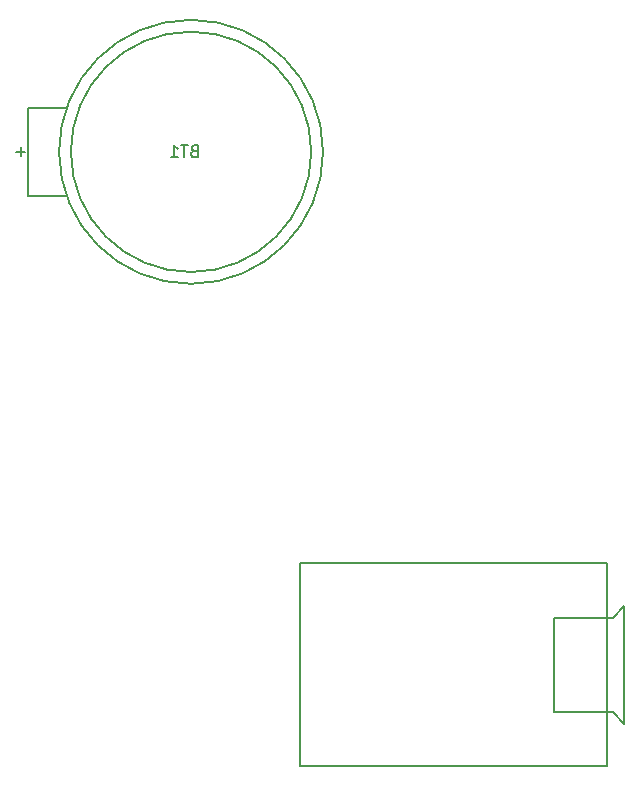
<source format=gbo>
G04 #@! TF.GenerationSoftware,KiCad,Pcbnew,(5.0.0)*
G04 #@! TF.CreationDate,2019-04-09T22:58:22-03:00*
G04 #@! TF.ProjectId,FranzBoy,4672616E7A426F792E6B696361645F70,rev?*
G04 #@! TF.SameCoordinates,Original*
G04 #@! TF.FileFunction,Legend,Bot*
G04 #@! TF.FilePolarity,Positive*
%FSLAX46Y46*%
G04 Gerber Fmt 4.6, Leading zero omitted, Abs format (unit mm)*
G04 Created by KiCad (PCBNEW (5.0.0)) date 04/09/19 22:58:22*
%MOMM*%
%LPD*%
G01*
G04 APERTURE LIST*
%ADD10C,0.150000*%
G04 APERTURE END LIST*
D10*
G04 #@! TO.C,U3*
X133812000Y-170144000D02*
X133812000Y-152944000D01*
X133812000Y-152944000D02*
X159812000Y-152944000D01*
X159812000Y-152944000D02*
X159812000Y-170144000D01*
X159812000Y-170144000D02*
X133812000Y-170144000D01*
X159812000Y-165544000D02*
X155312000Y-165544000D01*
X155312000Y-165544000D02*
X155312000Y-157544000D01*
X155312000Y-157544000D02*
X159812000Y-157544000D01*
X159812000Y-157544000D02*
X160312000Y-157544000D01*
X160312000Y-157544000D02*
X161312000Y-156544000D01*
X161312000Y-156544000D02*
X161312000Y-166544000D01*
X161312000Y-166544000D02*
X160312000Y-165544000D01*
X160312000Y-165544000D02*
X159812000Y-165544000D01*
G04 #@! TO.C,BT1*
X134790000Y-118110000D02*
G75*
G03X134790000Y-118110000I-10175000J0D01*
G01*
X110830000Y-121860000D02*
X114080000Y-121860000D01*
X110830000Y-114360000D02*
X114080000Y-114360000D01*
X110780000Y-114360000D02*
X110780000Y-121860000D01*
X135790000Y-118110000D02*
G75*
G03X135790000Y-118110000I-11175000J0D01*
G01*
X124865714Y-118038571D02*
X124722857Y-118086190D01*
X124675238Y-118133809D01*
X124627619Y-118229047D01*
X124627619Y-118371904D01*
X124675238Y-118467142D01*
X124722857Y-118514761D01*
X124818095Y-118562380D01*
X125199047Y-118562380D01*
X125199047Y-117562380D01*
X124865714Y-117562380D01*
X124770476Y-117610000D01*
X124722857Y-117657619D01*
X124675238Y-117752857D01*
X124675238Y-117848095D01*
X124722857Y-117943333D01*
X124770476Y-117990952D01*
X124865714Y-118038571D01*
X125199047Y-118038571D01*
X124341904Y-117562380D02*
X123770476Y-117562380D01*
X124056190Y-118562380D02*
X124056190Y-117562380D01*
X122913333Y-118562380D02*
X123484761Y-118562380D01*
X123199047Y-118562380D02*
X123199047Y-117562380D01*
X123294285Y-117705238D01*
X123389523Y-117800476D01*
X123484761Y-117848095D01*
X110570952Y-118101428D02*
X109809047Y-118101428D01*
X110190000Y-118482380D02*
X110190000Y-117720476D01*
G04 #@! TD*
M02*

</source>
